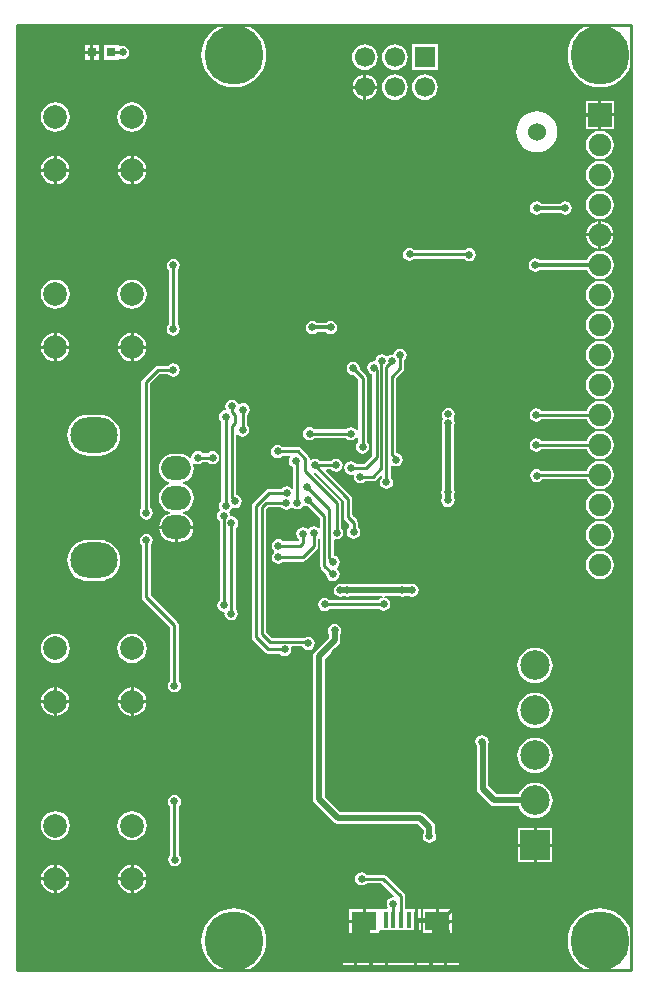
<source format=gtl>
G04*
G04 #@! TF.GenerationSoftware,Altium Limited,Altium Designer,19.0.14 (431)*
G04*
G04 Layer_Physical_Order=1*
G04 Layer_Color=152*
%FSLAX25Y25*%
%MOIN*%
G70*
G01*
G75*
%ADD10C,0.01000*%
%ADD11C,0.00700*%
%ADD13R,0.07087X0.07480*%
%ADD14R,0.07480X0.07480*%
%ADD15R,0.08268X0.06299*%
%ADD16R,0.01575X0.05315*%
%ADD28R,0.03150X0.03150*%
%ADD29C,0.06000*%
%ADD30C,0.01200*%
%ADD31C,0.02000*%
%ADD32C,0.01500*%
%ADD33R,0.53130X0.10100*%
%ADD34C,0.09843*%
%ADD35R,0.09843X0.09843*%
%ADD36C,0.06693*%
%ADD37R,0.06693X0.06693*%
%ADD38C,0.06000*%
%ADD39O,0.15748X0.11811*%
%ADD40O,0.09843X0.07874*%
%ADD41C,0.07874*%
%ADD42C,0.19685*%
%ADD43C,0.07500*%
%ADD44R,0.08000X0.08000*%
%ADD45C,0.02559*%
G36*
X189304Y314461D02*
X187990Y313655D01*
X186704Y312557D01*
X185606Y311272D01*
X184722Y309830D01*
X184075Y308268D01*
X183680Y306624D01*
X183548Y304938D01*
X183680Y303252D01*
X184075Y301608D01*
X184722Y300046D01*
X185606Y298604D01*
X186704Y297318D01*
X187990Y296220D01*
X189432Y295337D01*
X190994Y294689D01*
X192638Y294295D01*
X194324Y294162D01*
X196009Y294295D01*
X197653Y294689D01*
X199216Y295337D01*
X200657Y296220D01*
X201943Y297318D01*
X203041Y298604D01*
X203925Y300046D01*
X204224Y300769D01*
X204724Y300669D01*
Y13931D01*
X204224Y13831D01*
X203925Y14554D01*
X203041Y15996D01*
X201943Y17282D01*
X200657Y18380D01*
X199216Y19263D01*
X197653Y19910D01*
X196009Y20305D01*
X194324Y20438D01*
X192638Y20305D01*
X190994Y19910D01*
X189432Y19263D01*
X187990Y18380D01*
X186704Y17282D01*
X185606Y15996D01*
X184722Y14554D01*
X184075Y12992D01*
X183680Y11348D01*
X183548Y9662D01*
X183680Y7976D01*
X184075Y6332D01*
X184722Y4770D01*
X185606Y3328D01*
X186704Y2043D01*
X187990Y944D01*
X188715Y500D01*
X188574Y0D01*
X78026D01*
X77885Y500D01*
X78610Y944D01*
X79896Y2043D01*
X80994Y3328D01*
X81878Y4770D01*
X82525Y6332D01*
X82919Y7976D01*
X83052Y9662D01*
X82919Y11348D01*
X82525Y12992D01*
X81878Y14554D01*
X80994Y15996D01*
X79896Y17282D01*
X78610Y18380D01*
X77169Y19263D01*
X75606Y19910D01*
X73962Y20305D01*
X72276Y20438D01*
X70591Y20305D01*
X68946Y19910D01*
X67384Y19263D01*
X65943Y18380D01*
X64657Y17282D01*
X63559Y15996D01*
X62675Y14554D01*
X62028Y12992D01*
X61633Y11348D01*
X61501Y9662D01*
X61633Y7976D01*
X62028Y6332D01*
X62675Y4770D01*
X63559Y3328D01*
X64657Y2043D01*
X65943Y944D01*
X66668Y500D01*
X66527Y0D01*
X0D01*
X0Y0D01*
Y314961D01*
X67115D01*
X67256Y314461D01*
X65943Y313655D01*
X64657Y312557D01*
X63559Y311272D01*
X62675Y309830D01*
X62028Y308268D01*
X61633Y306624D01*
X61501Y304938D01*
X61633Y303252D01*
X62028Y301608D01*
X62675Y300046D01*
X63559Y298604D01*
X64657Y297318D01*
X65943Y296220D01*
X67384Y295337D01*
X68946Y294689D01*
X70591Y294295D01*
X72276Y294162D01*
X73962Y294295D01*
X75606Y294689D01*
X77169Y295337D01*
X78610Y296220D01*
X79896Y297318D01*
X80994Y298604D01*
X81878Y300046D01*
X82525Y301608D01*
X82919Y303252D01*
X83052Y304938D01*
X82919Y306624D01*
X82525Y308268D01*
X81878Y309830D01*
X80994Y311272D01*
X79896Y312557D01*
X78610Y313655D01*
X77296Y314461D01*
X77437Y314961D01*
X189163D01*
X189304Y314461D01*
D02*
G37*
%LPC*%
G36*
X27327Y308175D02*
X25452D01*
Y306300D01*
X27327D01*
Y308175D01*
D02*
G37*
G36*
X24452D02*
X22577D01*
Y306300D01*
X24452D01*
Y308175D01*
D02*
G37*
G36*
X33923Y308275D02*
X28973D01*
Y303325D01*
X33923D01*
Y303519D01*
X33971Y303545D01*
X34423Y303732D01*
X35200Y303578D01*
X36050Y303747D01*
X36771Y304229D01*
X37253Y304950D01*
X37422Y305800D01*
X37253Y306650D01*
X36771Y307371D01*
X36050Y307853D01*
X35200Y308022D01*
X34423Y307868D01*
X33971Y308055D01*
X33923Y308081D01*
Y308275D01*
D02*
G37*
G36*
X27327Y305300D02*
X25452D01*
Y303425D01*
X27327D01*
Y305300D01*
D02*
G37*
G36*
X24452D02*
X22577D01*
Y303425D01*
X24452D01*
Y305300D01*
D02*
G37*
G36*
X140231Y308459D02*
X131738D01*
Y299966D01*
X140231D01*
Y308459D01*
D02*
G37*
G36*
X125984Y308496D02*
X124876Y308350D01*
X123843Y307922D01*
X122956Y307241D01*
X122275Y306354D01*
X121847Y305321D01*
X121701Y304213D01*
X121847Y303104D01*
X122275Y302071D01*
X122956Y301184D01*
X123843Y300503D01*
X124876Y300076D01*
X125984Y299929D01*
X127093Y300076D01*
X128126Y300503D01*
X129013Y301184D01*
X129693Y302071D01*
X130121Y303104D01*
X130267Y304213D01*
X130121Y305321D01*
X129693Y306354D01*
X129013Y307241D01*
X128126Y307922D01*
X127093Y308350D01*
X125984Y308496D01*
D02*
G37*
G36*
X115984D02*
X114876Y308350D01*
X113843Y307922D01*
X112956Y307241D01*
X112275Y306354D01*
X111847Y305321D01*
X111701Y304213D01*
X111847Y303104D01*
X112275Y302071D01*
X112956Y301184D01*
X113843Y300503D01*
X114876Y300076D01*
X115984Y299929D01*
X117093Y300076D01*
X118126Y300503D01*
X119013Y301184D01*
X119694Y302071D01*
X120121Y303104D01*
X120267Y304213D01*
X120121Y305321D01*
X119694Y306354D01*
X119013Y307241D01*
X118126Y307922D01*
X117093Y308350D01*
X115984Y308496D01*
D02*
G37*
G36*
X116484Y298329D02*
Y294713D01*
X120101D01*
X120024Y295295D01*
X119606Y296304D01*
X118941Y297170D01*
X118075Y297834D01*
X117067Y298252D01*
X116484Y298329D01*
D02*
G37*
G36*
X115484Y298329D02*
X114902Y298252D01*
X113893Y297834D01*
X113027Y297170D01*
X112362Y296304D01*
X111944Y295295D01*
X111868Y294713D01*
X115484D01*
Y298329D01*
D02*
G37*
G36*
X120101Y293713D02*
X116484D01*
Y290096D01*
X117067Y290173D01*
X118075Y290591D01*
X118941Y291255D01*
X119606Y292122D01*
X120024Y293130D01*
X120101Y293713D01*
D02*
G37*
G36*
X115484D02*
X111868D01*
X111944Y293130D01*
X112362Y292122D01*
X113027Y291255D01*
X113893Y290591D01*
X114902Y290173D01*
X115484Y290096D01*
Y293713D01*
D02*
G37*
G36*
X135984Y298496D02*
X134876Y298350D01*
X133843Y297922D01*
X132956Y297241D01*
X132275Y296354D01*
X131847Y295321D01*
X131701Y294213D01*
X131847Y293104D01*
X132275Y292071D01*
X132956Y291184D01*
X133843Y290503D01*
X134876Y290075D01*
X135984Y289930D01*
X137093Y290075D01*
X138126Y290503D01*
X139013Y291184D01*
X139693Y292071D01*
X140121Y293104D01*
X140267Y294213D01*
X140121Y295321D01*
X139693Y296354D01*
X139013Y297241D01*
X138126Y297922D01*
X137093Y298350D01*
X135984Y298496D01*
D02*
G37*
G36*
X125984D02*
X124876Y298350D01*
X123843Y297922D01*
X122956Y297241D01*
X122275Y296354D01*
X121847Y295321D01*
X121701Y294213D01*
X121847Y293104D01*
X122275Y292071D01*
X122956Y291184D01*
X123843Y290503D01*
X124876Y290075D01*
X125984Y289930D01*
X127093Y290075D01*
X128126Y290503D01*
X129013Y291184D01*
X129693Y292071D01*
X130121Y293104D01*
X130267Y294213D01*
X130121Y295321D01*
X129693Y296354D01*
X129013Y297241D01*
X128126Y297922D01*
X127093Y298350D01*
X125984Y298496D01*
D02*
G37*
G36*
X199124Y289738D02*
X194824D01*
Y285438D01*
X199124D01*
Y289738D01*
D02*
G37*
G36*
X193824D02*
X189524D01*
Y285438D01*
X193824D01*
Y289738D01*
D02*
G37*
G36*
X199124Y284438D02*
X194824D01*
Y280138D01*
X199124D01*
Y284438D01*
D02*
G37*
G36*
X193824D02*
X189524D01*
Y280138D01*
X193824D01*
Y284438D01*
D02*
G37*
G36*
X38386Y289147D02*
X37123Y288981D01*
X35946Y288494D01*
X34936Y287718D01*
X34161Y286708D01*
X33673Y285531D01*
X33507Y284268D01*
X33673Y283006D01*
X34161Y281829D01*
X34936Y280819D01*
X35946Y280043D01*
X37123Y279556D01*
X38386Y279390D01*
X39649Y279556D01*
X40825Y280043D01*
X41836Y280819D01*
X42611Y281829D01*
X43098Y283006D01*
X43265Y284268D01*
X43098Y285531D01*
X42611Y286708D01*
X41836Y287718D01*
X40825Y288494D01*
X39649Y288981D01*
X38386Y289147D01*
D02*
G37*
G36*
X12795D02*
X11533Y288981D01*
X10356Y288494D01*
X9346Y287718D01*
X8570Y286708D01*
X8083Y285531D01*
X7916Y284268D01*
X8083Y283006D01*
X8570Y281829D01*
X9346Y280819D01*
X10356Y280043D01*
X11533Y279556D01*
X12795Y279390D01*
X14058Y279556D01*
X15235Y280043D01*
X16245Y280819D01*
X17020Y281829D01*
X17508Y283006D01*
X17674Y284268D01*
X17508Y285531D01*
X17020Y286708D01*
X16245Y287718D01*
X15235Y288494D01*
X14058Y288981D01*
X12795Y289147D01*
D02*
G37*
G36*
X173266Y286186D02*
X171932Y286054D01*
X170649Y285665D01*
X169467Y285033D01*
X168431Y284183D01*
X167580Y283147D01*
X166948Y281964D01*
X166559Y280681D01*
X166428Y279347D01*
X166559Y278013D01*
X166948Y276730D01*
X167580Y275548D01*
X168431Y274512D01*
X169467Y273661D01*
X170649Y273029D01*
X171932Y272640D01*
X173266Y272509D01*
X174600Y272640D01*
X175883Y273029D01*
X177065Y273661D01*
X178102Y274512D01*
X178952Y275548D01*
X179584Y276730D01*
X179973Y278013D01*
X180105Y279347D01*
X179973Y280681D01*
X179584Y281964D01*
X178952Y283147D01*
X178102Y284183D01*
X177065Y285033D01*
X175883Y285665D01*
X174600Y286054D01*
X173266Y286186D01*
D02*
G37*
G36*
X194324Y279628D02*
X193110Y279468D01*
X191979Y278999D01*
X191007Y278254D01*
X190262Y277283D01*
X189793Y276152D01*
X189634Y274938D01*
X189793Y273724D01*
X190262Y272593D01*
X191007Y271621D01*
X191979Y270876D01*
X193110Y270408D01*
X194324Y270248D01*
X195537Y270408D01*
X196669Y270876D01*
X197640Y271621D01*
X198385Y272593D01*
X198854Y273724D01*
X199014Y274938D01*
X198854Y276152D01*
X198385Y277283D01*
X197640Y278254D01*
X196669Y278999D01*
X195537Y279468D01*
X194324Y279628D01*
D02*
G37*
G36*
X13295Y271264D02*
Y267052D01*
X17507D01*
X17410Y267789D01*
X16933Y268941D01*
X16174Y269931D01*
X15184Y270690D01*
X14032Y271167D01*
X13295Y271264D01*
D02*
G37*
G36*
X12295D02*
X11559Y271167D01*
X10406Y270690D01*
X9417Y269931D01*
X8658Y268941D01*
X8180Y267789D01*
X8083Y267052D01*
X12295D01*
Y271264D01*
D02*
G37*
G36*
X38886D02*
Y267052D01*
X43098D01*
X43001Y267789D01*
X42524Y268941D01*
X41764Y269931D01*
X40775Y270690D01*
X39622Y271167D01*
X38886Y271264D01*
D02*
G37*
G36*
X37886Y271264D02*
X37149Y271167D01*
X35997Y270690D01*
X35007Y269931D01*
X34248Y268941D01*
X33771Y267789D01*
X33674Y267052D01*
X37886D01*
Y271264D01*
D02*
G37*
G36*
X43098Y266052D02*
X38886D01*
Y261840D01*
X39622Y261937D01*
X40775Y262414D01*
X41764Y263174D01*
X42524Y264163D01*
X43001Y265315D01*
X43098Y266052D01*
D02*
G37*
G36*
X17507Y266052D02*
X13295D01*
Y261840D01*
X14032Y261937D01*
X15184Y262414D01*
X16174Y263174D01*
X16933Y264163D01*
X17410Y265315D01*
X17507Y266052D01*
D02*
G37*
G36*
X12295D02*
X8083D01*
X8180Y265315D01*
X8658Y264163D01*
X9417Y263174D01*
X10406Y262414D01*
X11559Y261937D01*
X12295Y261840D01*
Y266052D01*
D02*
G37*
G36*
X37886Y266052D02*
X33674D01*
X33771Y265315D01*
X34248Y264163D01*
X35007Y263174D01*
X35997Y262414D01*
X37149Y261937D01*
X37886Y261840D01*
Y266052D01*
D02*
G37*
G36*
X194324Y269628D02*
X193110Y269468D01*
X191979Y269000D01*
X191007Y268254D01*
X190262Y267283D01*
X189793Y266152D01*
X189634Y264938D01*
X189793Y263724D01*
X190262Y262593D01*
X191007Y261621D01*
X191979Y260876D01*
X193110Y260407D01*
X194324Y260248D01*
X195537Y260407D01*
X196669Y260876D01*
X197640Y261621D01*
X198385Y262593D01*
X198854Y263724D01*
X199014Y264938D01*
X198854Y266152D01*
X198385Y267283D01*
X197640Y268254D01*
X196669Y269000D01*
X195537Y269468D01*
X194324Y269628D01*
D02*
G37*
G36*
X182800Y256122D02*
X181950Y255953D01*
X181229Y255471D01*
X181201Y255429D01*
X174799D01*
X174771Y255471D01*
X174050Y255953D01*
X173200Y256122D01*
X172350Y255953D01*
X171629Y255471D01*
X171147Y254750D01*
X170978Y253900D01*
X171147Y253050D01*
X171629Y252329D01*
X172350Y251847D01*
X173200Y251678D01*
X174050Y251847D01*
X174771Y252329D01*
X174799Y252371D01*
X181201D01*
X181229Y252329D01*
X181950Y251847D01*
X182800Y251678D01*
X183650Y251847D01*
X184371Y252329D01*
X184853Y253050D01*
X185022Y253900D01*
X184853Y254750D01*
X184371Y255471D01*
X183650Y255953D01*
X182800Y256122D01*
D02*
G37*
G36*
X194324Y259628D02*
X193110Y259468D01*
X191979Y258999D01*
X191007Y258254D01*
X190262Y257283D01*
X189793Y256152D01*
X189634Y254938D01*
X189793Y253724D01*
X190262Y252593D01*
X191007Y251621D01*
X191979Y250876D01*
X193110Y250408D01*
X194324Y250248D01*
X195537Y250408D01*
X196669Y250876D01*
X197640Y251621D01*
X198385Y252593D01*
X198854Y253724D01*
X199014Y254938D01*
X198854Y256152D01*
X198385Y257283D01*
X197640Y258254D01*
X196669Y258999D01*
X195537Y259468D01*
X194324Y259628D01*
D02*
G37*
G36*
X194824Y249461D02*
Y245438D01*
X198847D01*
X198757Y246126D01*
X198298Y247232D01*
X197569Y248183D01*
X196618Y248912D01*
X195511Y249371D01*
X194824Y249461D01*
D02*
G37*
G36*
X193824Y249461D02*
X193136Y249371D01*
X192029Y248912D01*
X191078Y248183D01*
X190349Y247232D01*
X189891Y246126D01*
X189800Y245438D01*
X193824D01*
Y249461D01*
D02*
G37*
G36*
X198847Y244438D02*
X194824D01*
Y240414D01*
X195511Y240505D01*
X196618Y240963D01*
X197569Y241693D01*
X198298Y242643D01*
X198757Y243750D01*
X198847Y244438D01*
D02*
G37*
G36*
X193824D02*
X189800D01*
X189891Y243750D01*
X190349Y242643D01*
X191078Y241693D01*
X192029Y240963D01*
X193136Y240505D01*
X193824Y240414D01*
Y244438D01*
D02*
G37*
G36*
X194324Y239628D02*
X193110Y239468D01*
X191979Y239000D01*
X191007Y238254D01*
X190262Y237283D01*
X189924Y236467D01*
X174437D01*
X174409Y236509D01*
X173688Y236991D01*
X172838Y237160D01*
X171987Y236991D01*
X171266Y236509D01*
X170785Y235788D01*
X170616Y234938D01*
X170785Y234087D01*
X171266Y233366D01*
X171987Y232885D01*
X172838Y232716D01*
X173688Y232885D01*
X174409Y233366D01*
X174437Y233408D01*
X189924D01*
X190262Y232593D01*
X191007Y231621D01*
X191979Y230876D01*
X193110Y230408D01*
X194324Y230248D01*
X195537Y230408D01*
X196669Y230876D01*
X197640Y231621D01*
X198385Y232593D01*
X198854Y233724D01*
X199014Y234938D01*
X198854Y236152D01*
X198385Y237283D01*
X197640Y238254D01*
X196669Y239000D01*
X195537Y239468D01*
X194324Y239628D01*
D02*
G37*
G36*
X130856Y240722D02*
X130006Y240553D01*
X129285Y240071D01*
X128803Y239350D01*
X128634Y238500D01*
X128803Y237650D01*
X129285Y236929D01*
X130006Y236447D01*
X130856Y236278D01*
X131706Y236447D01*
X132427Y236929D01*
X132490Y237023D01*
X149099D01*
X149229Y236829D01*
X149950Y236347D01*
X150800Y236178D01*
X151650Y236347D01*
X152371Y236829D01*
X152853Y237550D01*
X153022Y238400D01*
X152853Y239250D01*
X152371Y239971D01*
X151650Y240453D01*
X150800Y240622D01*
X149950Y240453D01*
X149229Y239971D01*
X149166Y239877D01*
X132557D01*
X132427Y240071D01*
X131706Y240553D01*
X130856Y240722D01*
D02*
G37*
G36*
X38386Y230092D02*
X37123Y229926D01*
X35946Y229438D01*
X34936Y228663D01*
X34161Y227653D01*
X33673Y226476D01*
X33507Y225213D01*
X33673Y223951D01*
X34161Y222774D01*
X34936Y221764D01*
X35946Y220988D01*
X37123Y220501D01*
X38386Y220335D01*
X39649Y220501D01*
X40825Y220988D01*
X41836Y221764D01*
X42611Y222774D01*
X43098Y223951D01*
X43265Y225213D01*
X43098Y226476D01*
X42611Y227653D01*
X41836Y228663D01*
X40825Y229438D01*
X39649Y229926D01*
X38386Y230092D01*
D02*
G37*
G36*
X12795D02*
X11533Y229926D01*
X10356Y229438D01*
X9346Y228663D01*
X8570Y227653D01*
X8083Y226476D01*
X7916Y225213D01*
X8083Y223951D01*
X8570Y222774D01*
X9346Y221764D01*
X10356Y220988D01*
X11533Y220501D01*
X12795Y220335D01*
X14058Y220501D01*
X15235Y220988D01*
X16245Y221764D01*
X17020Y222774D01*
X17508Y223951D01*
X17674Y225213D01*
X17508Y226476D01*
X17020Y227653D01*
X16245Y228663D01*
X15235Y229438D01*
X14058Y229926D01*
X12795Y230092D01*
D02*
G37*
G36*
X194324Y229628D02*
X193110Y229468D01*
X191979Y228999D01*
X191007Y228254D01*
X190262Y227283D01*
X189793Y226152D01*
X189634Y224938D01*
X189793Y223724D01*
X190262Y222593D01*
X191007Y221621D01*
X191979Y220876D01*
X193110Y220408D01*
X194324Y220248D01*
X195537Y220408D01*
X196669Y220876D01*
X197640Y221621D01*
X198385Y222593D01*
X198854Y223724D01*
X199014Y224938D01*
X198854Y226152D01*
X198385Y227283D01*
X197640Y228254D01*
X196669Y228999D01*
X195537Y229468D01*
X194324Y229628D01*
D02*
G37*
G36*
X104600Y216322D02*
X103750Y216153D01*
X103029Y215671D01*
X103001Y215629D01*
X100027D01*
X99999Y215671D01*
X99278Y216153D01*
X98427Y216322D01*
X97577Y216153D01*
X96856Y215671D01*
X96374Y214950D01*
X96205Y214100D01*
X96374Y213250D01*
X96856Y212529D01*
X97577Y212047D01*
X98427Y211878D01*
X99278Y212047D01*
X99999Y212529D01*
X100027Y212571D01*
X103001D01*
X103029Y212529D01*
X103750Y212047D01*
X104600Y211878D01*
X105450Y212047D01*
X106171Y212529D01*
X106653Y213250D01*
X106822Y214100D01*
X106653Y214950D01*
X106171Y215671D01*
X105450Y216153D01*
X104600Y216322D01*
D02*
G37*
G36*
X52100Y237022D02*
X51250Y236853D01*
X50529Y236371D01*
X50047Y235650D01*
X49878Y234800D01*
X50047Y233950D01*
X50529Y233229D01*
X50673Y233133D01*
Y215267D01*
X50529Y215171D01*
X50047Y214450D01*
X49878Y213600D01*
X50047Y212750D01*
X50529Y212029D01*
X51250Y211547D01*
X52100Y211378D01*
X52950Y211547D01*
X53671Y212029D01*
X54153Y212750D01*
X54322Y213600D01*
X54153Y214450D01*
X53671Y215171D01*
X53527Y215267D01*
Y233133D01*
X53671Y233229D01*
X54153Y233950D01*
X54322Y234800D01*
X54153Y235650D01*
X53671Y236371D01*
X52950Y236853D01*
X52100Y237022D01*
D02*
G37*
G36*
X194324Y219628D02*
X193110Y219468D01*
X191979Y219000D01*
X191007Y218254D01*
X190262Y217283D01*
X189793Y216152D01*
X189634Y214938D01*
X189793Y213724D01*
X190262Y212593D01*
X191007Y211621D01*
X191979Y210876D01*
X193110Y210407D01*
X194324Y210248D01*
X195537Y210407D01*
X196669Y210876D01*
X197640Y211621D01*
X198385Y212593D01*
X198854Y213724D01*
X199014Y214938D01*
X198854Y216152D01*
X198385Y217283D01*
X197640Y218254D01*
X196669Y219000D01*
X195537Y219468D01*
X194324Y219628D01*
D02*
G37*
G36*
X13295Y212209D02*
Y207997D01*
X17507D01*
X17410Y208734D01*
X16933Y209886D01*
X16174Y210875D01*
X15184Y211635D01*
X14032Y212112D01*
X13295Y212209D01*
D02*
G37*
G36*
X12295D02*
X11559Y212112D01*
X10406Y211635D01*
X9417Y210875D01*
X8658Y209886D01*
X8180Y208734D01*
X8083Y207997D01*
X12295D01*
Y212209D01*
D02*
G37*
G36*
X38886D02*
Y207997D01*
X43098D01*
X43001Y208734D01*
X42524Y209886D01*
X41764Y210875D01*
X40775Y211635D01*
X39622Y212112D01*
X38886Y212209D01*
D02*
G37*
G36*
X37886Y212209D02*
X37149Y212112D01*
X35997Y211635D01*
X35007Y210875D01*
X34248Y209886D01*
X33771Y208734D01*
X33674Y207997D01*
X37886D01*
Y212209D01*
D02*
G37*
G36*
X127700Y207022D02*
X126850Y206853D01*
X126129Y206371D01*
X125647Y205650D01*
X125498Y204903D01*
X124900Y205022D01*
X124050Y204853D01*
X123668Y204598D01*
X123151Y204471D01*
X122430Y204953D01*
X121580Y205122D01*
X120729Y204953D01*
X120008Y204471D01*
X119527Y203750D01*
X119439Y203310D01*
X119020Y202902D01*
X118170Y202733D01*
X117449Y202251D01*
X116967Y201530D01*
X116798Y200679D01*
X116967Y199829D01*
X117449Y199108D01*
X118170Y198626D01*
X118473Y198566D01*
Y171391D01*
X115809Y168727D01*
X112968D01*
X112871Y168871D01*
X112150Y169353D01*
X111300Y169522D01*
X110450Y169353D01*
X109729Y168871D01*
X109247Y168150D01*
X109078Y167300D01*
X109247Y166450D01*
X109729Y165729D01*
X110450Y165247D01*
X111300Y165078D01*
X111928Y165203D01*
X112345Y164850D01*
X112361Y164818D01*
X112278Y164400D01*
X112447Y163550D01*
X112929Y162829D01*
X113650Y162347D01*
X114500Y162178D01*
X115350Y162347D01*
X116071Y162829D01*
X116167Y162973D01*
X118800D01*
X118800Y162973D01*
X119346Y163081D01*
X119809Y163391D01*
X121256Y164837D01*
X121694Y164655D01*
X121710Y164183D01*
X121574Y164093D01*
X121092Y163372D01*
X120923Y162521D01*
X121092Y161671D01*
X121574Y160950D01*
X122294Y160468D01*
X123145Y160299D01*
X123995Y160468D01*
X124716Y160950D01*
X125198Y161671D01*
X125367Y162521D01*
X125198Y163372D01*
X124716Y164093D01*
X124572Y164189D01*
Y168005D01*
X125072Y168273D01*
X125560Y167947D01*
X126410Y167778D01*
X127261Y167947D01*
X127982Y168429D01*
X128463Y169150D01*
X128632Y170000D01*
X128463Y170850D01*
X127982Y171571D01*
X127261Y172053D01*
X126651Y172174D01*
X126337Y172488D01*
Y197119D01*
X128709Y199491D01*
X128709Y199491D01*
X129019Y199954D01*
X129127Y200500D01*
Y203133D01*
X129271Y203229D01*
X129753Y203950D01*
X129922Y204800D01*
X129753Y205650D01*
X129271Y206371D01*
X128550Y206853D01*
X127700Y207022D01*
D02*
G37*
G36*
X43098Y206997D02*
X38886D01*
Y202785D01*
X39622Y202882D01*
X40775Y203359D01*
X41764Y204118D01*
X42524Y205108D01*
X43001Y206260D01*
X43098Y206997D01*
D02*
G37*
G36*
X17507Y206997D02*
X13295D01*
Y202785D01*
X14032Y202882D01*
X15184Y203359D01*
X16174Y204118D01*
X16933Y205108D01*
X17410Y206260D01*
X17507Y206997D01*
D02*
G37*
G36*
X12295D02*
X8083D01*
X8180Y206260D01*
X8658Y205108D01*
X9417Y204118D01*
X10406Y203359D01*
X11559Y202882D01*
X12295Y202785D01*
Y206997D01*
D02*
G37*
G36*
X37886Y206997D02*
X33674D01*
X33771Y206260D01*
X34248Y205108D01*
X35007Y204118D01*
X35997Y203359D01*
X37149Y202882D01*
X37886Y202785D01*
Y206997D01*
D02*
G37*
G36*
X52100Y202138D02*
X51250Y201969D01*
X50529Y201487D01*
X50432Y201343D01*
X46916D01*
X46916Y201343D01*
X46369Y201235D01*
X45906Y200925D01*
X45906Y200925D01*
X41891Y196909D01*
X41581Y196446D01*
X41473Y195900D01*
X41473Y195900D01*
Y153787D01*
X41047Y153150D01*
X40878Y152300D01*
X41047Y151450D01*
X41529Y150729D01*
X42250Y150247D01*
X43100Y150078D01*
X43950Y150247D01*
X44671Y150729D01*
X45153Y151450D01*
X45322Y152300D01*
X45153Y153150D01*
X44671Y153871D01*
X44327Y154101D01*
Y195309D01*
X47507Y198488D01*
X50432D01*
X50529Y198344D01*
X51250Y197863D01*
X52100Y197694D01*
X52950Y197863D01*
X53671Y198344D01*
X54153Y199065D01*
X54322Y199916D01*
X54153Y200766D01*
X53671Y201487D01*
X52950Y201969D01*
X52100Y202138D01*
D02*
G37*
G36*
X194324Y209628D02*
X193110Y209468D01*
X191979Y208999D01*
X191007Y208254D01*
X190262Y207283D01*
X189793Y206152D01*
X189634Y204938D01*
X189793Y203724D01*
X190262Y202593D01*
X191007Y201621D01*
X191979Y200876D01*
X193110Y200408D01*
X194324Y200248D01*
X195537Y200408D01*
X196669Y200876D01*
X197640Y201621D01*
X198385Y202593D01*
X198854Y203724D01*
X199014Y204938D01*
X198854Y206152D01*
X198385Y207283D01*
X197640Y208254D01*
X196669Y208999D01*
X195537Y209468D01*
X194324Y209628D01*
D02*
G37*
G36*
Y199628D02*
X193110Y199468D01*
X191979Y199000D01*
X191007Y198254D01*
X190262Y197283D01*
X189793Y196152D01*
X189634Y194938D01*
X189793Y193724D01*
X190262Y192593D01*
X191007Y191621D01*
X191979Y190876D01*
X193110Y190408D01*
X194324Y190248D01*
X195537Y190408D01*
X196669Y190876D01*
X197640Y191621D01*
X198385Y192593D01*
X198854Y193724D01*
X199014Y194938D01*
X198854Y196152D01*
X198385Y197283D01*
X197640Y198254D01*
X196669Y199000D01*
X195537Y199468D01*
X194324Y199628D01*
D02*
G37*
G36*
Y189628D02*
X193110Y189468D01*
X191979Y188999D01*
X191007Y188254D01*
X190262Y187283D01*
X189882Y186365D01*
X174830D01*
X174734Y186509D01*
X174013Y186991D01*
X173162Y187160D01*
X172312Y186991D01*
X171591Y186509D01*
X171109Y185788D01*
X170940Y184938D01*
X171109Y184087D01*
X171591Y183366D01*
X172312Y182885D01*
X173162Y182716D01*
X174013Y182885D01*
X174734Y183366D01*
X174830Y183510D01*
X189882D01*
X190262Y182593D01*
X191007Y181621D01*
X191979Y180876D01*
X193110Y180408D01*
X194324Y180248D01*
X195537Y180408D01*
X196669Y180876D01*
X197640Y181621D01*
X198385Y182593D01*
X198854Y183724D01*
X199014Y184938D01*
X198854Y186152D01*
X198385Y187283D01*
X197640Y188254D01*
X196669Y188999D01*
X195537Y189468D01*
X194324Y189628D01*
D02*
G37*
G36*
X112078Y202672D02*
X111228Y202503D01*
X110507Y202021D01*
X110025Y201300D01*
X109856Y200450D01*
X110025Y199600D01*
X110507Y198879D01*
X111228Y198397D01*
X112078Y198228D01*
X112248Y198261D01*
X113773Y196737D01*
Y179809D01*
X113273Y179671D01*
X112871Y180271D01*
X112150Y180753D01*
X111300Y180922D01*
X110450Y180753D01*
X109729Y180271D01*
X109647Y180149D01*
X99190D01*
X99093Y180293D01*
X98373Y180775D01*
X97522Y180944D01*
X96672Y180775D01*
X95951Y180293D01*
X95469Y179572D01*
X95300Y178722D01*
X95469Y177872D01*
X95951Y177151D01*
X96672Y176669D01*
X97522Y176500D01*
X98373Y176669D01*
X99093Y177151D01*
X99190Y177295D01*
X109618D01*
X109729Y177129D01*
X110450Y176647D01*
X111300Y176478D01*
X112150Y176647D01*
X112871Y177129D01*
X113273Y177729D01*
X113773Y177591D01*
Y175984D01*
X113629Y175888D01*
X113147Y175167D01*
X112978Y174317D01*
X113147Y173467D01*
X113629Y172746D01*
X114350Y172264D01*
X115200Y172095D01*
X116050Y172264D01*
X116771Y172746D01*
X117253Y173467D01*
X117422Y174317D01*
X117253Y175167D01*
X116771Y175888D01*
X116627Y175984D01*
Y197328D01*
X116627Y197328D01*
X116519Y197874D01*
X116209Y198337D01*
X116209Y198337D01*
X114266Y200280D01*
X114300Y200450D01*
X114131Y201300D01*
X113649Y202021D01*
X112928Y202503D01*
X112078Y202672D01*
D02*
G37*
G36*
X71624Y190022D02*
X70773Y189853D01*
X70052Y189371D01*
X69571Y188650D01*
X69401Y187800D01*
X69546Y187072D01*
X69553Y186928D01*
X69242Y186541D01*
X68718Y186437D01*
X67997Y185955D01*
X67516Y185234D01*
X67347Y184384D01*
X67516Y183533D01*
X67997Y182812D01*
X68141Y182716D01*
Y156290D01*
X67997Y156194D01*
X67516Y155473D01*
X67347Y154622D01*
X67516Y153772D01*
X67845Y153279D01*
X67329Y152935D01*
X66847Y152214D01*
X66678Y151363D01*
X66847Y150513D01*
X67329Y149792D01*
X67573Y149629D01*
Y123168D01*
X67429Y123071D01*
X66947Y122350D01*
X66778Y121500D01*
X66947Y120650D01*
X67429Y119929D01*
X68150Y119447D01*
X69000Y119278D01*
X69240Y119038D01*
X69178Y118725D01*
X69347Y117875D01*
X69829Y117154D01*
X70550Y116672D01*
X71400Y116503D01*
X72250Y116672D01*
X72971Y117154D01*
X73453Y117875D01*
X73622Y118725D01*
X73453Y119576D01*
X72971Y120297D01*
X72907Y120340D01*
Y147219D01*
X73071Y147329D01*
X73553Y148050D01*
X73722Y148900D01*
X73553Y149750D01*
X73071Y150471D01*
X72350Y150953D01*
X71581Y151106D01*
X71122Y151363D01*
X70953Y152214D01*
X70624Y152706D01*
X71140Y153051D01*
X71622Y153772D01*
X72174Y153982D01*
X72700Y153878D01*
X73550Y154047D01*
X74271Y154529D01*
X74753Y155250D01*
X74922Y156100D01*
X74753Y156950D01*
X74271Y157671D01*
X73550Y158153D01*
X73051Y158252D01*
Y178361D01*
X73551Y178512D01*
X73629Y178396D01*
X74350Y177914D01*
X75200Y177745D01*
X76050Y177914D01*
X76771Y178396D01*
X77253Y179117D01*
X77422Y179967D01*
X77253Y180818D01*
X76771Y181539D01*
X76627Y181635D01*
Y184959D01*
X76971Y185189D01*
X77453Y185910D01*
X77622Y186760D01*
X77453Y187611D01*
X76971Y188332D01*
X76250Y188813D01*
X75400Y188982D01*
X74550Y188813D01*
X74200Y188580D01*
X73677Y188650D01*
X73195Y189371D01*
X72474Y189853D01*
X71624Y190022D01*
D02*
G37*
G36*
X194324Y179628D02*
X193110Y179468D01*
X191979Y178999D01*
X191007Y178254D01*
X190262Y177283D01*
X189882Y176365D01*
X174767D01*
X174671Y176509D01*
X173950Y176991D01*
X173100Y177160D01*
X172250Y176991D01*
X171529Y176509D01*
X171047Y175788D01*
X170878Y174938D01*
X171047Y174087D01*
X171529Y173366D01*
X172250Y172885D01*
X173100Y172716D01*
X173950Y172885D01*
X174671Y173366D01*
X174767Y173510D01*
X189882D01*
X190262Y172593D01*
X191007Y171621D01*
X191979Y170876D01*
X193110Y170407D01*
X194324Y170248D01*
X195537Y170407D01*
X196669Y170876D01*
X197640Y171621D01*
X198385Y172593D01*
X198854Y173724D01*
X199014Y174938D01*
X198854Y176152D01*
X198385Y177283D01*
X197640Y178254D01*
X196669Y178999D01*
X195537Y179468D01*
X194324Y179628D01*
D02*
G37*
G36*
X65271Y172942D02*
X64420Y172773D01*
X63700Y172291D01*
X63603Y172148D01*
X61967D01*
X61871Y172291D01*
X61150Y172773D01*
X60300Y172942D01*
X59450Y172773D01*
X58729Y172291D01*
X58247Y171571D01*
X58086Y170759D01*
X57952Y170682D01*
X57597Y170575D01*
X57584Y170592D01*
X56573Y171368D01*
X55397Y171855D01*
X54134Y172021D01*
X52165D01*
X50903Y171855D01*
X49726Y171368D01*
X48716Y170592D01*
X47940Y169582D01*
X47453Y168405D01*
X47287Y167142D01*
X47453Y165880D01*
X47940Y164703D01*
X48716Y163693D01*
X49726Y162917D01*
X50786Y162478D01*
X50795Y162440D01*
Y162002D01*
X50786Y161964D01*
X49726Y161525D01*
X48716Y160750D01*
X47940Y159739D01*
X47453Y158563D01*
X47287Y157300D01*
X47453Y156037D01*
X47940Y154861D01*
X48716Y153850D01*
X49726Y153075D01*
X50903Y152587D01*
X50956Y152580D01*
Y152076D01*
X50929Y152073D01*
X49776Y151595D01*
X48787Y150836D01*
X48028Y149846D01*
X47550Y148694D01*
X47453Y147958D01*
X53150D01*
X58846D01*
X58749Y148694D01*
X58272Y149846D01*
X57512Y150836D01*
X56523Y151595D01*
X55370Y152073D01*
X55343Y152076D01*
Y152580D01*
X55397Y152587D01*
X56573Y153075D01*
X57584Y153850D01*
X58359Y154861D01*
X58846Y156037D01*
X59013Y157300D01*
X58846Y158563D01*
X58359Y159739D01*
X57584Y160750D01*
X56573Y161525D01*
X55514Y161964D01*
X55504Y162002D01*
Y162440D01*
X55514Y162478D01*
X56573Y162917D01*
X57584Y163693D01*
X58359Y164703D01*
X58846Y165880D01*
X59013Y167142D01*
X58846Y168405D01*
X58810Y168493D01*
X59214Y168825D01*
X59450Y168667D01*
X60300Y168498D01*
X61150Y168667D01*
X61871Y169149D01*
X61967Y169293D01*
X63603D01*
X63700Y169149D01*
X64420Y168667D01*
X65271Y168498D01*
X66121Y168667D01*
X66842Y169149D01*
X67324Y169870D01*
X67493Y170720D01*
X67324Y171571D01*
X66842Y172291D01*
X66121Y172773D01*
X65271Y172942D01*
D02*
G37*
G36*
X27559Y185005D02*
X23622D01*
X22288Y184873D01*
X21005Y184484D01*
X19823Y183852D01*
X18787Y183002D01*
X17936Y181965D01*
X17304Y180783D01*
X16915Y179500D01*
X16784Y178166D01*
X16915Y176832D01*
X17304Y175549D01*
X17936Y174367D01*
X18787Y173331D01*
X19823Y172480D01*
X21005Y171848D01*
X22288Y171459D01*
X23622Y171328D01*
X27559D01*
X28893Y171459D01*
X30176Y171848D01*
X31358Y172480D01*
X32395Y173331D01*
X33245Y174367D01*
X33877Y175549D01*
X34266Y176832D01*
X34398Y178166D01*
X34266Y179500D01*
X33877Y180783D01*
X33245Y181965D01*
X32395Y183002D01*
X31358Y183852D01*
X30176Y184484D01*
X28893Y184873D01*
X27559Y185005D01*
D02*
G37*
G36*
X194324Y169628D02*
X193110Y169468D01*
X191979Y169000D01*
X191007Y168254D01*
X190262Y167283D01*
X189882Y166365D01*
X174759D01*
X174150Y166772D01*
X173300Y166941D01*
X172450Y166772D01*
X171729Y166290D01*
X171247Y165569D01*
X171078Y164719D01*
X171247Y163868D01*
X171729Y163147D01*
X172450Y162666D01*
X173300Y162497D01*
X174150Y162666D01*
X174871Y163147D01*
X175114Y163510D01*
X189882D01*
X190262Y162593D01*
X191007Y161621D01*
X191979Y160876D01*
X193110Y160407D01*
X194324Y160248D01*
X195537Y160407D01*
X196669Y160876D01*
X197640Y161621D01*
X198385Y162593D01*
X198854Y163724D01*
X199014Y164938D01*
X198854Y166152D01*
X198385Y167283D01*
X197640Y168254D01*
X196669Y169000D01*
X195537Y169468D01*
X194324Y169628D01*
D02*
G37*
G36*
X86900Y175022D02*
X86050Y174853D01*
X85329Y174371D01*
X84847Y173650D01*
X84678Y172800D01*
X84847Y171950D01*
X85329Y171229D01*
X86050Y170747D01*
X86900Y170578D01*
X87750Y170747D01*
X88471Y171229D01*
X88568Y171373D01*
X90931D01*
X91179Y170873D01*
X90830Y170350D01*
X90661Y169500D01*
X90830Y168650D01*
X91312Y167929D01*
X92033Y167447D01*
X92073Y167439D01*
Y160472D01*
X91573Y160320D01*
X91471Y160471D01*
X90750Y160953D01*
X89900Y161122D01*
X89050Y160953D01*
X88329Y160471D01*
X88232Y160327D01*
X84000D01*
X84000Y160327D01*
X83454Y160219D01*
X82991Y159909D01*
X82991Y159909D01*
X78691Y155609D01*
X78381Y155146D01*
X78273Y154600D01*
X78273Y154600D01*
Y110800D01*
X78273Y110800D01*
X78381Y110254D01*
X78691Y109791D01*
X82689Y105792D01*
X83152Y105483D01*
X83698Y105374D01*
X83698Y105374D01*
X87533D01*
X87629Y105230D01*
X88350Y104748D01*
X89200Y104579D01*
X90050Y104748D01*
X90771Y105230D01*
X91253Y105951D01*
X91422Y106802D01*
X91312Y107354D01*
X91674Y107854D01*
X95111D01*
X95529Y107229D01*
X96250Y106747D01*
X97100Y106578D01*
X97950Y106747D01*
X98671Y107229D01*
X99153Y107950D01*
X99322Y108800D01*
X99153Y109650D01*
X98671Y110371D01*
X97950Y110853D01*
X97100Y111022D01*
X96250Y110853D01*
X96033Y110708D01*
X84910D01*
X83127Y112491D01*
Y153609D01*
X83691Y154173D01*
X88133D01*
X88229Y154029D01*
X88950Y153547D01*
X89800Y153378D01*
X90650Y153547D01*
X91371Y154029D01*
X91438Y154129D01*
X91707D01*
X92005Y154077D01*
X92650Y153647D01*
X93500Y153478D01*
X94350Y153647D01*
X95071Y154129D01*
X95391Y154607D01*
X96003Y154745D01*
X96150Y154647D01*
X97000Y154478D01*
X97170Y154511D01*
X101092Y150589D01*
Y147292D01*
X100592Y147140D01*
X100571Y147171D01*
X99850Y147653D01*
X99000Y147822D01*
X98150Y147653D01*
X97429Y147171D01*
X97228Y146871D01*
X96971D01*
X96250Y147353D01*
X95400Y147522D01*
X94550Y147353D01*
X93829Y146871D01*
X93347Y146150D01*
X93178Y145300D01*
X93347Y144450D01*
X93829Y143729D01*
X93973Y143632D01*
Y142891D01*
X93909Y142827D01*
X88767D01*
X88671Y142971D01*
X87950Y143453D01*
X87100Y143622D01*
X86250Y143453D01*
X85529Y142971D01*
X85047Y142250D01*
X84878Y141400D01*
X85047Y140550D01*
X85529Y139829D01*
X85721Y139700D01*
Y139200D01*
X85529Y139071D01*
X85047Y138350D01*
X84878Y137500D01*
X85047Y136650D01*
X85529Y135929D01*
X86250Y135447D01*
X87100Y135278D01*
X87950Y135447D01*
X88671Y135929D01*
X88767Y136073D01*
X95300D01*
X95300Y136073D01*
X95846Y136181D01*
X96309Y136491D01*
X100009Y140191D01*
X100319Y140654D01*
X100427Y141200D01*
X100427Y141200D01*
Y143598D01*
X100592Y143721D01*
X101092Y143470D01*
Y134580D01*
X101092Y134580D01*
X101201Y134034D01*
X101510Y133571D01*
X103112Y131970D01*
X103078Y131800D01*
X103247Y130950D01*
X103729Y130229D01*
X104450Y129747D01*
X105300Y129578D01*
X106150Y129747D01*
X106871Y130229D01*
X107353Y130950D01*
X107522Y131800D01*
X107353Y132650D01*
X106871Y133371D01*
X106685Y133496D01*
Y134098D01*
X106971Y134289D01*
X107453Y135010D01*
X107622Y135861D01*
X107453Y136711D01*
X106971Y137432D01*
X106250Y137914D01*
X105547Y138054D01*
Y143252D01*
X106047Y143613D01*
X106599Y143503D01*
X107450Y143673D01*
X108171Y144154D01*
X108652Y144875D01*
X108821Y145726D01*
X108652Y146576D01*
X108171Y147297D01*
X108027Y147393D01*
Y155701D01*
X108027Y155701D01*
X107918Y156247D01*
X107609Y156710D01*
X107608Y156710D01*
X98939Y165380D01*
X99140Y165886D01*
X99465Y165917D01*
X108993Y156388D01*
Y150873D01*
X108993Y150873D01*
X109102Y150327D01*
X109411Y149864D01*
X110773Y148502D01*
Y147567D01*
X110629Y147471D01*
X110147Y146750D01*
X109978Y145900D01*
X110147Y145050D01*
X110629Y144329D01*
X111350Y143847D01*
X112200Y143678D01*
X113050Y143847D01*
X113771Y144329D01*
X114253Y145050D01*
X114422Y145900D01*
X114253Y146750D01*
X113771Y147471D01*
X113627Y147567D01*
Y149093D01*
X113627Y149093D01*
X113519Y149640D01*
X113209Y150103D01*
X113209Y150103D01*
X111848Y151464D01*
Y156980D01*
X111848Y156980D01*
X111739Y157526D01*
X111430Y157989D01*
X111430Y157989D01*
X103108Y166311D01*
X103299Y166773D01*
X104735D01*
X104850Y166600D01*
X105571Y166118D01*
X106421Y165949D01*
X107272Y166118D01*
X107993Y166600D01*
X108474Y167321D01*
X108643Y168171D01*
X108474Y169022D01*
X107993Y169743D01*
X107272Y170224D01*
X106421Y170394D01*
X105571Y170224D01*
X104850Y169743D01*
X104773Y169627D01*
X100867D01*
X100771Y169771D01*
X100050Y170253D01*
X99200Y170422D01*
X98350Y170253D01*
X98027Y170038D01*
X97527Y170300D01*
X97419Y170846D01*
X97109Y171309D01*
X97109Y171309D01*
X94609Y173809D01*
X94146Y174119D01*
X93600Y174227D01*
X93600Y174227D01*
X88568D01*
X88471Y174371D01*
X87750Y174853D01*
X86900Y175022D01*
D02*
G37*
G36*
X143800Y187322D02*
X142950Y187153D01*
X142229Y186671D01*
X141747Y185950D01*
X141578Y185100D01*
X141747Y184250D01*
X142077Y183756D01*
X141747Y183262D01*
X141578Y182412D01*
X141747Y181561D01*
X141780Y181512D01*
Y160248D01*
X141582Y159950D01*
X141412Y159100D01*
X141582Y158250D01*
X141697Y158076D01*
Y157473D01*
X141582Y157299D01*
X141412Y156449D01*
X141582Y155598D01*
X142063Y154877D01*
X142784Y154396D01*
X143635Y154227D01*
X144485Y154396D01*
X145206Y154877D01*
X145688Y155598D01*
X145857Y156449D01*
X145688Y157299D01*
X145572Y157473D01*
Y158076D01*
X145688Y158250D01*
X145857Y159100D01*
X145688Y159950D01*
X145654Y160000D01*
Y181264D01*
X145853Y181561D01*
X146022Y182412D01*
X145853Y183262D01*
X145523Y183756D01*
X145853Y184250D01*
X146022Y185100D01*
X145853Y185950D01*
X145371Y186671D01*
X144650Y187153D01*
X143800Y187322D01*
D02*
G37*
G36*
X194324Y159628D02*
X193110Y159468D01*
X191979Y159000D01*
X191007Y158254D01*
X190262Y157283D01*
X189793Y156152D01*
X189634Y154938D01*
X189793Y153724D01*
X190262Y152593D01*
X191007Y151621D01*
X191979Y150876D01*
X193110Y150408D01*
X194324Y150248D01*
X195537Y150408D01*
X196669Y150876D01*
X197640Y151621D01*
X198385Y152593D01*
X198854Y153724D01*
X199014Y154938D01*
X198854Y156152D01*
X198385Y157283D01*
X197640Y158254D01*
X196669Y159000D01*
X195537Y159468D01*
X194324Y159628D01*
D02*
G37*
G36*
X58846Y146958D02*
X53650D01*
Y142680D01*
X54134D01*
X55370Y142842D01*
X56523Y143320D01*
X57512Y144079D01*
X58272Y145069D01*
X58749Y146221D01*
X58846Y146958D01*
D02*
G37*
G36*
X52650D02*
X47453D01*
X47550Y146221D01*
X48028Y145069D01*
X48787Y144079D01*
X49776Y143320D01*
X50929Y142842D01*
X52165Y142680D01*
X52650D01*
Y146958D01*
D02*
G37*
G36*
X194324Y149628D02*
X193110Y149468D01*
X191979Y149000D01*
X191007Y148254D01*
X190262Y147283D01*
X189793Y146152D01*
X189634Y144938D01*
X189793Y143724D01*
X190262Y142593D01*
X191007Y141621D01*
X191979Y140876D01*
X193110Y140408D01*
X194324Y140248D01*
X195537Y140408D01*
X196669Y140876D01*
X197640Y141621D01*
X198385Y142593D01*
X198854Y143724D01*
X199014Y144938D01*
X198854Y146152D01*
X198385Y147283D01*
X197640Y148254D01*
X196669Y149000D01*
X195537Y149468D01*
X194324Y149628D01*
D02*
G37*
G36*
Y139628D02*
X193110Y139468D01*
X191979Y138999D01*
X191007Y138254D01*
X190262Y137283D01*
X189793Y136152D01*
X189634Y134938D01*
X189793Y133724D01*
X190262Y132593D01*
X191007Y131621D01*
X191979Y130876D01*
X193110Y130408D01*
X194324Y130248D01*
X195537Y130408D01*
X196669Y130876D01*
X197640Y131621D01*
X198385Y132593D01*
X198854Y133724D01*
X199014Y134938D01*
X198854Y136152D01*
X198385Y137283D01*
X197640Y138254D01*
X196669Y138999D01*
X195537Y139468D01*
X194324Y139628D01*
D02*
G37*
G36*
X27559Y143272D02*
X23622D01*
X22288Y143141D01*
X21005Y142752D01*
X19823Y142120D01*
X18787Y141269D01*
X17936Y140233D01*
X17304Y139051D01*
X16915Y137768D01*
X16784Y136434D01*
X16915Y135100D01*
X17304Y133817D01*
X17936Y132635D01*
X18787Y131598D01*
X19823Y130748D01*
X21005Y130116D01*
X22288Y129727D01*
X23622Y129595D01*
X27559D01*
X28893Y129727D01*
X30176Y130116D01*
X31358Y130748D01*
X32395Y131598D01*
X33245Y132635D01*
X33877Y133817D01*
X34266Y135100D01*
X34398Y136434D01*
X34266Y137768D01*
X33877Y139051D01*
X33245Y140233D01*
X32395Y141269D01*
X31358Y142120D01*
X30176Y142752D01*
X28893Y143141D01*
X27559Y143272D01*
D02*
G37*
G36*
X131700Y128747D02*
X130850Y128578D01*
X130667Y128456D01*
X129514D01*
X129350Y128566D01*
X128500Y128735D01*
X127650Y128566D01*
X127476Y128450D01*
X111105D01*
X110950Y128553D01*
X110100Y128722D01*
X109250Y128553D01*
X109095Y128450D01*
X108805D01*
X108650Y128553D01*
X107800Y128722D01*
X106950Y128553D01*
X106229Y128071D01*
X105747Y127350D01*
X105578Y126500D01*
X105747Y125650D01*
X106229Y124929D01*
X106950Y124447D01*
X107800Y124278D01*
X108650Y124447D01*
X108843Y124575D01*
X109057D01*
X109250Y124447D01*
X110100Y124278D01*
X110950Y124447D01*
X111143Y124575D01*
X121590D01*
X121949Y124234D01*
X121949Y124234D01*
X121949D01*
X121965Y124075D01*
X121953Y124073D01*
X121350Y123953D01*
X120629Y123471D01*
X120466Y123227D01*
X104268D01*
X104171Y123371D01*
X103450Y123853D01*
X102600Y124022D01*
X101750Y123853D01*
X101029Y123371D01*
X100547Y122650D01*
X100378Y121800D01*
X100547Y120950D01*
X101029Y120229D01*
X101750Y119747D01*
X102600Y119578D01*
X103450Y119747D01*
X104171Y120229D01*
X104268Y120373D01*
X120599D01*
X120629Y120329D01*
X121350Y119847D01*
X122200Y119678D01*
X123050Y119847D01*
X123771Y120329D01*
X124253Y121050D01*
X124422Y121900D01*
X124253Y122750D01*
X123771Y123471D01*
X123050Y123953D01*
X122447Y124073D01*
X122436Y124075D01*
X122451Y124234D01*
X122451D01*
X122451Y124234D01*
X122810Y124575D01*
X127476D01*
X127650Y124460D01*
X128500Y124290D01*
X129350Y124460D01*
X129533Y124582D01*
X130686D01*
X130850Y124472D01*
X131700Y124303D01*
X132550Y124472D01*
X133271Y124954D01*
X133753Y125675D01*
X133922Y126525D01*
X133753Y127376D01*
X133271Y128096D01*
X132550Y128578D01*
X131700Y128747D01*
D02*
G37*
G36*
X38386Y111982D02*
X37123Y111816D01*
X35946Y111328D01*
X34936Y110553D01*
X34161Y109543D01*
X33673Y108366D01*
X33507Y107103D01*
X33673Y105840D01*
X34161Y104664D01*
X34936Y103653D01*
X35946Y102878D01*
X37123Y102391D01*
X38386Y102224D01*
X39649Y102391D01*
X40825Y102878D01*
X41836Y103653D01*
X42611Y104664D01*
X43098Y105840D01*
X43265Y107103D01*
X43098Y108366D01*
X42611Y109543D01*
X41836Y110553D01*
X40825Y111328D01*
X39649Y111816D01*
X38386Y111982D01*
D02*
G37*
G36*
X12795D02*
X11533Y111816D01*
X10356Y111328D01*
X9346Y110553D01*
X8570Y109543D01*
X8083Y108366D01*
X7916Y107103D01*
X8083Y105840D01*
X8570Y104664D01*
X9346Y103653D01*
X10356Y102878D01*
X11533Y102391D01*
X12795Y102224D01*
X14058Y102391D01*
X15235Y102878D01*
X16245Y103653D01*
X17020Y104664D01*
X17508Y105840D01*
X17674Y107103D01*
X17508Y108366D01*
X17020Y109543D01*
X16245Y110553D01*
X15235Y111328D01*
X14058Y111816D01*
X12795Y111982D01*
D02*
G37*
G36*
X172700Y107349D02*
X171559Y107237D01*
X170461Y106904D01*
X169450Y106364D01*
X168564Y105636D01*
X167836Y104750D01*
X167296Y103738D01*
X166963Y102641D01*
X166851Y101500D01*
X166963Y100359D01*
X167296Y99261D01*
X167836Y98250D01*
X168564Y97364D01*
X169450Y96636D01*
X170461Y96096D01*
X171559Y95763D01*
X172700Y95651D01*
X173841Y95763D01*
X174938Y96096D01*
X175950Y96636D01*
X176836Y97364D01*
X177564Y98250D01*
X178104Y99261D01*
X178437Y100359D01*
X178549Y101500D01*
X178437Y102641D01*
X178104Y103738D01*
X177564Y104750D01*
X176836Y105636D01*
X175950Y106364D01*
X174938Y106904D01*
X173841Y107237D01*
X172700Y107349D01*
D02*
G37*
G36*
X43100Y145322D02*
X42250Y145153D01*
X41529Y144671D01*
X41047Y143950D01*
X40878Y143100D01*
X41047Y142250D01*
X41529Y141529D01*
X41673Y141432D01*
Y124300D01*
X41673Y124300D01*
X41781Y123754D01*
X42091Y123291D01*
X51073Y114309D01*
Y96368D01*
X50929Y96271D01*
X50447Y95550D01*
X50278Y94700D01*
X50447Y93850D01*
X50929Y93129D01*
X51650Y92647D01*
X52500Y92478D01*
X53350Y92647D01*
X54071Y93129D01*
X54553Y93850D01*
X54722Y94700D01*
X54553Y95550D01*
X54071Y96271D01*
X53927Y96368D01*
Y114900D01*
X53927Y114900D01*
X53819Y115446D01*
X53509Y115909D01*
X53509Y115909D01*
X44527Y124891D01*
Y141432D01*
X44671Y141529D01*
X45153Y142250D01*
X45322Y143100D01*
X45153Y143950D01*
X44671Y144671D01*
X43950Y145153D01*
X43100Y145322D01*
D02*
G37*
G36*
X13295Y94099D02*
Y89887D01*
X17507D01*
X17410Y90623D01*
X16933Y91776D01*
X16174Y92765D01*
X15184Y93524D01*
X14032Y94002D01*
X13295Y94099D01*
D02*
G37*
G36*
X12295D02*
X11559Y94002D01*
X10406Y93524D01*
X9417Y92765D01*
X8658Y91776D01*
X8180Y90623D01*
X8083Y89887D01*
X12295D01*
Y94099D01*
D02*
G37*
G36*
X38886D02*
Y89887D01*
X43098D01*
X43001Y90623D01*
X42524Y91776D01*
X41764Y92765D01*
X40775Y93524D01*
X39622Y94002D01*
X38886Y94099D01*
D02*
G37*
G36*
X37886Y94099D02*
X37149Y94002D01*
X35997Y93524D01*
X35007Y92765D01*
X34248Y91776D01*
X33771Y90623D01*
X33674Y89887D01*
X37886D01*
Y94099D01*
D02*
G37*
G36*
X43098Y88887D02*
X38886D01*
Y84675D01*
X39622Y84772D01*
X40775Y85249D01*
X41764Y86008D01*
X42524Y86998D01*
X43001Y88150D01*
X43098Y88887D01*
D02*
G37*
G36*
X17507Y88887D02*
X13295D01*
Y84675D01*
X14032Y84772D01*
X15184Y85249D01*
X16174Y86008D01*
X16933Y86998D01*
X17410Y88150D01*
X17507Y88887D01*
D02*
G37*
G36*
X12295D02*
X8083D01*
X8180Y88150D01*
X8658Y86998D01*
X9417Y86008D01*
X10406Y85249D01*
X11559Y84772D01*
X12295Y84675D01*
Y88887D01*
D02*
G37*
G36*
X37886Y88887D02*
X33674D01*
X33771Y88150D01*
X34248Y86998D01*
X35007Y86008D01*
X35997Y85249D01*
X37149Y84772D01*
X37886Y84675D01*
Y88887D01*
D02*
G37*
G36*
X172700Y92349D02*
X171559Y92237D01*
X170461Y91904D01*
X169450Y91364D01*
X168564Y90636D01*
X167836Y89750D01*
X167296Y88739D01*
X166963Y87641D01*
X166851Y86500D01*
X166963Y85359D01*
X167296Y84262D01*
X167836Y83250D01*
X168564Y82364D01*
X169450Y81636D01*
X170461Y81096D01*
X171559Y80763D01*
X172700Y80651D01*
X173841Y80763D01*
X174938Y81096D01*
X175950Y81636D01*
X176836Y82364D01*
X177564Y83250D01*
X178104Y84262D01*
X178437Y85359D01*
X178549Y86500D01*
X178437Y87641D01*
X178104Y88739D01*
X177564Y89750D01*
X176836Y90636D01*
X175950Y91364D01*
X174938Y91904D01*
X173841Y92237D01*
X172700Y92349D01*
D02*
G37*
G36*
Y77349D02*
X171559Y77237D01*
X170461Y76904D01*
X169450Y76364D01*
X168564Y75636D01*
X167836Y74750D01*
X167296Y73738D01*
X166963Y72641D01*
X166851Y71500D01*
X166963Y70359D01*
X167296Y69261D01*
X167836Y68250D01*
X168564Y67364D01*
X169450Y66636D01*
X170461Y66096D01*
X171559Y65763D01*
X172700Y65651D01*
X173841Y65763D01*
X174938Y66096D01*
X175950Y66636D01*
X176836Y67364D01*
X177564Y68250D01*
X178104Y69261D01*
X178437Y70359D01*
X178549Y71500D01*
X178437Y72641D01*
X178104Y73738D01*
X177564Y74750D01*
X176836Y75636D01*
X175950Y76364D01*
X174938Y76904D01*
X173841Y77237D01*
X172700Y77349D01*
D02*
G37*
G36*
X155000Y78222D02*
X154150Y78053D01*
X153429Y77571D01*
X152947Y76850D01*
X152778Y76000D01*
X152947Y75150D01*
X153263Y74677D01*
Y60400D01*
X153410Y59659D01*
X153830Y59030D01*
X157730Y55130D01*
X158359Y54710D01*
X159100Y54563D01*
X167204D01*
X167296Y54261D01*
X167836Y53250D01*
X168564Y52364D01*
X169450Y51636D01*
X170461Y51096D01*
X171559Y50763D01*
X172700Y50651D01*
X173841Y50763D01*
X174938Y51096D01*
X175950Y51636D01*
X176836Y52364D01*
X177564Y53250D01*
X178104Y54261D01*
X178437Y55359D01*
X178549Y56500D01*
X178437Y57641D01*
X178104Y58738D01*
X177564Y59750D01*
X176836Y60636D01*
X175950Y61364D01*
X174938Y61904D01*
X173841Y62237D01*
X172700Y62349D01*
X171559Y62237D01*
X170461Y61904D01*
X169450Y61364D01*
X168564Y60636D01*
X167836Y59750D01*
X167296Y58738D01*
X167204Y58437D01*
X159902D01*
X157137Y61202D01*
Y75573D01*
X157222Y76000D01*
X157053Y76850D01*
X156571Y77571D01*
X155850Y78053D01*
X155000Y78222D01*
D02*
G37*
G36*
X38386Y52927D02*
X37123Y52760D01*
X35946Y52273D01*
X34936Y51498D01*
X34161Y50487D01*
X33673Y49311D01*
X33507Y48048D01*
X33673Y46785D01*
X34161Y45609D01*
X34936Y44598D01*
X35946Y43823D01*
X37123Y43336D01*
X38386Y43169D01*
X39649Y43336D01*
X40825Y43823D01*
X41836Y44598D01*
X42611Y45609D01*
X43098Y46785D01*
X43265Y48048D01*
X43098Y49311D01*
X42611Y50487D01*
X41836Y51498D01*
X40825Y52273D01*
X39649Y52760D01*
X38386Y52927D01*
D02*
G37*
G36*
X12795D02*
X11533Y52760D01*
X10356Y52273D01*
X9346Y51498D01*
X8570Y50487D01*
X8083Y49311D01*
X7916Y48048D01*
X8083Y46785D01*
X8570Y45609D01*
X9346Y44598D01*
X10356Y43823D01*
X11533Y43336D01*
X12795Y43169D01*
X14058Y43336D01*
X15235Y43823D01*
X16245Y44598D01*
X17020Y45609D01*
X17508Y46785D01*
X17674Y48048D01*
X17508Y49311D01*
X17020Y50487D01*
X16245Y51498D01*
X15235Y52273D01*
X14058Y52760D01*
X12795Y52927D01*
D02*
G37*
G36*
X105900Y115322D02*
X105050Y115153D01*
X104329Y114671D01*
X103847Y113950D01*
X103678Y113100D01*
X103847Y112250D01*
X103963Y112076D01*
Y110602D01*
X99263Y105903D01*
X98843Y105274D01*
X98696Y104533D01*
Y56867D01*
X98843Y56126D01*
X99263Y55497D01*
X105504Y49257D01*
X106132Y48837D01*
X106874Y48689D01*
X133541D01*
X135563Y46668D01*
Y45524D01*
X135447Y45350D01*
X135278Y44500D01*
X135447Y43650D01*
X135929Y42929D01*
X136650Y42447D01*
X137500Y42278D01*
X138350Y42447D01*
X139071Y42929D01*
X139553Y43650D01*
X139722Y44500D01*
X139553Y45350D01*
X139437Y45524D01*
Y47470D01*
X139290Y48211D01*
X138870Y48840D01*
X135714Y51996D01*
X135085Y52416D01*
X134344Y52564D01*
X107676D01*
X102570Y57669D01*
Y103731D01*
X107270Y108430D01*
X107690Y109059D01*
X107837Y109800D01*
Y112076D01*
X107953Y112250D01*
X108122Y113100D01*
X107953Y113950D01*
X107471Y114671D01*
X106750Y115153D01*
X105900Y115322D01*
D02*
G37*
G36*
X178421Y47221D02*
X173200D01*
Y42000D01*
X178421D01*
Y47221D01*
D02*
G37*
G36*
X172200D02*
X166979D01*
Y42000D01*
X172200D01*
Y47221D01*
D02*
G37*
G36*
X178421Y41000D02*
X173200D01*
Y35779D01*
X178421D01*
Y41000D01*
D02*
G37*
G36*
X172200D02*
X166979D01*
Y35779D01*
X172200D01*
Y41000D01*
D02*
G37*
G36*
X52500Y58322D02*
X51650Y58153D01*
X50929Y57671D01*
X50447Y56950D01*
X50278Y56100D01*
X50447Y55250D01*
X50929Y54529D01*
X51073Y54432D01*
Y38301D01*
X51029Y38271D01*
X50547Y37550D01*
X50378Y36700D01*
X50547Y35850D01*
X51029Y35129D01*
X51750Y34647D01*
X52600Y34478D01*
X53450Y34647D01*
X54171Y35129D01*
X54653Y35850D01*
X54822Y36700D01*
X54653Y37550D01*
X54171Y38271D01*
X53927Y38434D01*
Y54432D01*
X54071Y54529D01*
X54553Y55250D01*
X54722Y56100D01*
X54553Y56950D01*
X54071Y57671D01*
X53350Y58153D01*
X52500Y58322D01*
D02*
G37*
G36*
X13295Y35044D02*
Y30832D01*
X17507D01*
X17410Y31568D01*
X16933Y32720D01*
X16174Y33710D01*
X15184Y34469D01*
X14032Y34947D01*
X13295Y35044D01*
D02*
G37*
G36*
X12295Y35043D02*
X11559Y34947D01*
X10406Y34469D01*
X9417Y33710D01*
X8658Y32720D01*
X8180Y31568D01*
X8083Y30832D01*
X12295D01*
Y35043D01*
D02*
G37*
G36*
X38886D02*
Y30832D01*
X43098D01*
X43001Y31568D01*
X42524Y32720D01*
X41764Y33710D01*
X40775Y34469D01*
X39622Y34947D01*
X38886Y35043D01*
D02*
G37*
G36*
X37886D02*
X37149Y34947D01*
X35997Y34469D01*
X35007Y33710D01*
X34248Y32720D01*
X33771Y31568D01*
X33674Y30832D01*
X37886D01*
Y35043D01*
D02*
G37*
G36*
X12295Y29831D02*
X8083D01*
X8180Y29095D01*
X8658Y27942D01*
X9417Y26953D01*
X10406Y26194D01*
X11559Y25716D01*
X12295Y25619D01*
Y29831D01*
D02*
G37*
G36*
X43098Y29831D02*
X38886D01*
Y25619D01*
X39622Y25716D01*
X40775Y26194D01*
X41764Y26953D01*
X42524Y27942D01*
X43001Y29095D01*
X43098Y29831D01*
D02*
G37*
G36*
X37886D02*
X33674D01*
X33771Y29095D01*
X34248Y27942D01*
X35007Y26953D01*
X35997Y26194D01*
X37149Y25716D01*
X37886Y25619D01*
Y29831D01*
D02*
G37*
G36*
X17507Y29831D02*
X13295D01*
Y25619D01*
X14032Y25716D01*
X15184Y26194D01*
X16174Y26953D01*
X16933Y27942D01*
X17410Y29095D01*
X17507Y29831D01*
D02*
G37*
G36*
X114900Y32554D02*
X114050Y32385D01*
X113329Y31903D01*
X112847Y31182D01*
X112678Y30332D01*
X112847Y29481D01*
X113329Y28760D01*
X114050Y28278D01*
X114900Y28109D01*
X115750Y28278D01*
X116471Y28760D01*
X116568Y28904D01*
X121494D01*
X125853Y24545D01*
X125606Y24084D01*
X125417Y24122D01*
X124566Y23953D01*
X123845Y23471D01*
X123363Y22750D01*
X123194Y21900D01*
X123363Y21050D01*
X123538Y20789D01*
X123270Y20289D01*
X121170D01*
Y20273D01*
X120705Y20189D01*
X120670Y20189D01*
X116271D01*
Y16239D01*
Y12290D01*
X120705D01*
Y13090D01*
X121170Y13174D01*
X121205Y13174D01*
X132222D01*
Y13274D01*
X132594D01*
Y16732D01*
Y20189D01*
X132222D01*
Y20289D01*
X129403D01*
Y24441D01*
X129403Y24441D01*
X129294Y24987D01*
X128985Y25450D01*
X128985Y25450D01*
X123094Y31341D01*
X122631Y31650D01*
X122085Y31759D01*
X122085Y31759D01*
X116568D01*
X116471Y31903D01*
X115750Y32385D01*
X114900Y32554D01*
D02*
G37*
G36*
X134681Y20189D02*
X133594D01*
Y17232D01*
X134681D01*
Y20189D01*
D02*
G37*
G36*
X145114Y20189D02*
X140680D01*
Y16739D01*
X145114D01*
Y20189D01*
D02*
G37*
G36*
X139680D02*
X135247D01*
Y16739D01*
X139680D01*
Y20189D01*
D02*
G37*
G36*
X115271D02*
X110837D01*
Y16739D01*
X115271D01*
Y20189D01*
D02*
G37*
G36*
X134681Y16231D02*
X133594D01*
Y13274D01*
X134681D01*
Y16231D01*
D02*
G37*
G36*
X145114Y15739D02*
X140680D01*
Y12290D01*
X145114D01*
Y15739D01*
D02*
G37*
G36*
X139680D02*
X135247D01*
Y12290D01*
X139680D01*
Y15739D01*
D02*
G37*
G36*
X115271D02*
X110837D01*
Y12290D01*
X115271D01*
Y15739D01*
D02*
G37*
G36*
X147280Y10740D02*
X143436D01*
Y6700D01*
X147280D01*
Y10740D01*
D02*
G37*
G36*
X142436D02*
X138593D01*
Y6700D01*
X142436D01*
Y10740D01*
D02*
G37*
G36*
X133200D02*
Y6700D01*
X137240D01*
Y10740D01*
X133200D01*
D02*
G37*
G36*
X122751D02*
X118711D01*
Y6700D01*
X122751D01*
Y10740D01*
D02*
G37*
G36*
X117358D02*
X113515D01*
Y6700D01*
X117358D01*
Y10740D01*
D02*
G37*
G36*
X112515D02*
X108672D01*
Y6700D01*
X112515D01*
Y10740D01*
D02*
G37*
G36*
X147280Y5700D02*
X143436D01*
Y1660D01*
X147280D01*
Y5700D01*
D02*
G37*
G36*
X142436D02*
X138593D01*
Y1660D01*
X142436D01*
Y5700D01*
D02*
G37*
G36*
X137240D02*
X133200D01*
Y1660D01*
X137240D01*
Y5700D01*
D02*
G37*
G36*
X117358D02*
X113515D01*
Y1660D01*
X117358D01*
Y5700D01*
D02*
G37*
G36*
X112515D02*
X108672D01*
Y1660D01*
X112515D01*
Y5700D01*
D02*
G37*
G36*
X122751D02*
X118711D01*
Y1660D01*
X122751D01*
Y5700D01*
D02*
G37*
G36*
X128160Y10740D02*
X127791D01*
X127660Y10740D01*
X123751D01*
Y6200D01*
Y1660D01*
X127660D01*
X127791Y1660D01*
X128160D01*
X128291Y1660D01*
X132200D01*
Y6200D01*
Y10740D01*
X128291D01*
X128160Y10740D01*
D02*
G37*
%LPD*%
D10*
X115200Y174317D02*
Y197328D01*
X112078Y200450D02*
X115200Y197328D01*
X71624Y185835D02*
X72600Y184859D01*
Y182100D02*
Y184859D01*
X71624Y181124D02*
X72600Y182100D01*
X71624Y157176D02*
Y181124D01*
X75200Y179967D02*
Y186560D01*
X75400Y186760D01*
X71624Y157176D02*
X72700Y156100D01*
X69569Y154622D02*
Y184384D01*
X154341Y127900D02*
Y151441D01*
X141314Y16090D02*
Y16614D01*
X38386Y256586D02*
Y266552D01*
X26800Y245000D02*
X38386Y256586D01*
X26800Y207497D02*
Y245000D01*
Y207497D02*
X38386D01*
X69000Y121500D02*
Y151263D01*
X68900Y151363D02*
X69000Y151263D01*
X71479Y118805D02*
Y148880D01*
X71400Y118725D02*
X71479Y118805D01*
Y148880D02*
X71500Y148900D01*
X96619Y109281D02*
X97100Y108800D01*
X84319Y109281D02*
X96619D01*
X102520Y134580D02*
X105300Y131800D01*
X102520Y134580D02*
Y151180D01*
X104120Y137141D02*
Y153580D01*
Y137141D02*
X105400Y135861D01*
X106599Y145726D02*
Y155701D01*
X96100Y166200D02*
X106599Y155701D01*
X96700Y161000D02*
X104120Y153580D01*
X97000Y156700D02*
X102520Y151180D01*
X130700Y178700D02*
Y181400D01*
X132500Y183200D01*
Y194400D01*
X150750Y238450D02*
X150800Y238400D01*
X130906Y238450D02*
X150750D01*
X130856Y238500D02*
X130906Y238450D01*
X38386Y150200D02*
Y207497D01*
Y150200D02*
X41128Y147458D01*
X38300Y144629D02*
X41128Y147458D01*
X38300Y124700D02*
Y144629D01*
X23900Y110300D02*
X38300Y124700D01*
X81700Y111900D02*
X84319Y109281D01*
X81700Y111900D02*
Y154200D01*
X83100Y155600D01*
X89800D01*
X132500Y194400D02*
Y199300D01*
X136084Y202884D01*
X124910Y171897D02*
X126410Y170396D01*
Y170000D02*
Y170396D01*
X136084Y202884D02*
Y211000D01*
X99200Y168200D02*
X106393D01*
X106421Y168171D01*
X124910Y171897D02*
Y197710D01*
X127700Y200500D02*
Y204800D01*
X124910Y197710D02*
X127700Y200500D01*
X124059Y201959D02*
X124900Y202800D01*
X124059Y201873D02*
Y201959D01*
X123145Y200959D02*
X124059Y201873D01*
X123145Y162521D02*
Y200959D01*
X121500Y167100D02*
Y202820D01*
X119900Y170800D02*
Y199800D01*
X116400Y167300D02*
X119900Y170800D01*
X119020Y200679D02*
X119900Y199800D01*
X111300Y167300D02*
X116400D01*
X118800Y164400D02*
X121500Y167100D01*
X114500Y164400D02*
X118800D01*
X134200Y214000D02*
X135079Y213121D01*
Y212427D02*
Y213121D01*
Y212427D02*
X136084Y211422D01*
Y211000D02*
Y211422D01*
X116500Y214000D02*
X134200D01*
X116500Y209200D02*
Y214000D01*
X114400Y207100D02*
X116500Y209200D01*
X100300Y207100D02*
X114400D01*
X99000Y205800D02*
X100300Y207100D01*
X99000Y200400D02*
Y205800D01*
X121500Y202820D02*
X121580Y202900D01*
X97300Y192500D02*
X100800Y189000D01*
X112100D01*
X112053Y200475D02*
X112078Y200450D01*
X154341Y151441D02*
X160700Y157800D01*
Y240700D01*
X164000Y244000D01*
X187000D01*
X83698Y106802D02*
X89200D01*
X79700Y110800D02*
X83698Y106802D01*
X79700Y110800D02*
Y154600D01*
X122100Y121800D02*
X122200Y121900D01*
X102600Y121800D02*
X122100D01*
X96100Y166200D02*
Y170300D01*
X93600Y172800D02*
X96100Y170300D01*
X86900Y172800D02*
X93600D01*
X154002Y151702D02*
X154200Y151504D01*
X113098Y151702D02*
X154002D01*
X112900Y151900D02*
X113098Y151702D01*
X112200Y145900D02*
Y149093D01*
X110421Y150873D02*
X112200Y149093D01*
X110421Y150873D02*
Y156980D01*
X99200Y168200D02*
X110421Y156980D01*
X187000Y244000D02*
Y258800D01*
X186200Y259600D02*
X187000Y258800D01*
X180000Y259600D02*
X186200D01*
X71624Y185835D02*
Y187800D01*
X93500Y155700D02*
Y168883D01*
X84000Y158900D02*
X89900D01*
X79700Y154600D02*
X84000Y158900D01*
X60300Y170720D02*
X65271D01*
X135000Y38000D02*
X141200D01*
X128500Y44500D02*
X135000Y38000D01*
X122800Y44500D02*
X128500D01*
X141314Y12600D02*
Y16090D01*
X147000Y22300D02*
Y34300D01*
X141314Y16614D02*
X147000Y22300D01*
X142300Y65700D02*
X144700Y63300D01*
X126700Y65700D02*
X142300D01*
X144700Y41500D02*
Y63300D01*
X141200Y38000D02*
X144700Y41500D01*
X172700D01*
X92883Y169500D02*
X93500Y168883D01*
X95400Y142300D02*
Y145300D01*
X94500Y141400D02*
X95400Y142300D01*
X87100Y141400D02*
X94500D01*
X99000Y141200D02*
Y145600D01*
X95300Y137500D02*
X99000Y141200D01*
X46916Y199916D02*
X52100D01*
X42900Y195900D02*
X46916Y199916D01*
X42900Y152704D02*
Y195900D01*
Y152704D02*
X43100Y152504D01*
Y152300D02*
Y152504D01*
X87100Y137500D02*
X95300D01*
X97522Y178722D02*
X111278D01*
X111300Y178700D01*
X125417Y16732D02*
Y21900D01*
X114900Y30332D02*
X122085D01*
X127976Y24441D01*
Y16732D02*
Y24441D01*
X31448Y305800D02*
X35200D01*
X12795Y266552D02*
X22652D01*
X24952Y268852D01*
Y305800D01*
X24752Y306000D02*
X24952Y305800D01*
X52500Y36800D02*
X52600Y36700D01*
X52500Y36800D02*
Y56100D01*
Y94700D02*
Y114900D01*
X43100Y124300D02*
X52500Y114900D01*
X43100Y124300D02*
Y143100D01*
X41128Y147458D02*
X53150D01*
X52100Y213600D02*
Y234800D01*
X23900Y89500D02*
Y110300D01*
Y35400D02*
Y89500D01*
X38272D01*
X38386Y89387D01*
X18832Y30332D02*
X23900Y35400D01*
X12795Y30332D02*
X18832D01*
X173300Y164719D02*
X173519Y164938D01*
X180000Y259600D02*
X185400Y265000D01*
Y283700D01*
X186638Y284938D01*
X194324D01*
X173100Y174938D02*
X194324D01*
X173519Y164938D02*
X194324D01*
X173162Y184938D02*
X194324D01*
X204724Y314961D02*
X204724Y0D01*
X0Y314961D02*
X204724D01*
X0Y0D02*
Y314961D01*
Y0D02*
X204724D01*
D11*
X0D02*
X204724D01*
D13*
X113015Y6200D02*
D03*
X142936D02*
D03*
D14*
X123251D02*
D03*
X132700D02*
D03*
D15*
X115771Y16239D02*
D03*
X140180D02*
D03*
D16*
X122857Y16732D02*
D03*
X125417D02*
D03*
X127976D02*
D03*
X130535D02*
D03*
X133094D02*
D03*
D28*
X31448Y305800D02*
D03*
X24952D02*
D03*
D29*
X132700Y6200D02*
X142936D01*
X123251D02*
X132700D01*
X113015D02*
X123251D01*
X141314Y8019D02*
Y12600D01*
X114637Y12500D02*
Y16090D01*
Y8019D02*
Y12500D01*
X142936Y6200D02*
Y6397D01*
X141314Y8019D02*
X142936Y6397D01*
X141165Y16239D02*
X141314Y16090D01*
X140180Y16239D02*
X141165D01*
X113015Y6200D02*
Y6397D01*
X114637Y8019D01*
Y16090D02*
X114787Y16239D01*
X115771D01*
D30*
X98427Y214100D02*
X104600D01*
X173200Y253900D02*
X182800D01*
X172838Y234938D02*
X194324D01*
D31*
X107813Y126513D02*
X110113D01*
X150030Y110000D02*
X152000D01*
X110224D02*
X150030D01*
X106874Y50626D02*
X134344D01*
X100633Y56867D02*
X106874Y50626D01*
X100633Y56867D02*
Y104533D01*
X143717Y182329D02*
X143800Y182412D01*
X143717Y159183D02*
Y182329D01*
X143635Y159100D02*
X143717Y159183D01*
X143635Y156449D02*
Y159100D01*
X152000Y110000D02*
Y128000D01*
X155000Y76000D02*
X155200Y75800D01*
Y60400D02*
Y75800D01*
Y60400D02*
X159100Y56500D01*
X172700D01*
X137500Y44500D02*
Y47470D01*
X134344Y50626D02*
X137500Y47470D01*
X105900Y109800D02*
Y113100D01*
X100633Y104533D02*
X105900Y109800D01*
X105800Y105576D02*
X110224Y110000D01*
X105800Y78300D02*
Y105576D01*
X150749Y194100D02*
X150900D01*
X150449Y194400D02*
X150749Y194100D01*
X132500Y194400D02*
X150449D01*
X123800Y65600D02*
X123850Y65650D01*
X126650D01*
X126700Y65700D01*
X131694Y126519D02*
X131700Y126525D01*
X128506Y126519D02*
X131694D01*
X128500Y126513D02*
X128506Y126519D01*
X110113Y126513D02*
X128500D01*
X107800Y126500D02*
X107813Y126513D01*
X110100Y126500D02*
X110113Y126513D01*
X105700Y75700D02*
X105750Y75750D01*
Y78250D01*
X105800Y78300D01*
X154291Y127950D02*
X154341Y127900D01*
X152050Y127950D02*
X154291D01*
X152000Y128000D02*
X152050Y127950D01*
D32*
X150030Y110000D02*
X150584Y109445D01*
Y102800D02*
Y109445D01*
X150534Y102750D02*
X150584Y102800D01*
X147909Y102750D02*
X150534D01*
X147859Y102700D02*
X147909Y102750D01*
X147950Y102950D02*
X148000Y103000D01*
X139688Y16732D02*
X140180Y16239D01*
X133094Y16732D02*
X139688D01*
X132700Y6200D02*
X133094Y6594D01*
Y16732D01*
D33*
X127235Y7250D02*
D03*
D34*
X172700Y86500D02*
D03*
Y71500D02*
D03*
Y56500D02*
D03*
Y101500D02*
D03*
D35*
Y41500D02*
D03*
D36*
X125984Y294213D02*
D03*
X135984D02*
D03*
X125984Y304213D02*
D03*
X115984D02*
D03*
Y294213D02*
D03*
D37*
X135984Y304213D02*
D03*
D38*
X173266Y279347D02*
D03*
D39*
X25591Y178166D02*
D03*
Y136434D02*
D03*
D40*
X53150Y167142D02*
D03*
Y157300D02*
D03*
Y147458D02*
D03*
D41*
X38386Y48048D02*
D03*
X12795D02*
D03*
Y30332D02*
D03*
X38386D02*
D03*
Y107103D02*
D03*
X12795D02*
D03*
Y89387D02*
D03*
X38386D02*
D03*
Y225213D02*
D03*
X12795D02*
D03*
Y207497D02*
D03*
X38386D02*
D03*
Y284268D02*
D03*
X12795D02*
D03*
Y266552D02*
D03*
X38386D02*
D03*
D42*
X194324Y304938D02*
D03*
X72276Y9662D02*
D03*
Y304938D02*
D03*
X194324Y9662D02*
D03*
D43*
Y224938D02*
D03*
Y144938D02*
D03*
Y154938D02*
D03*
Y164938D02*
D03*
Y174938D02*
D03*
Y184938D02*
D03*
Y194938D02*
D03*
Y204938D02*
D03*
Y214938D02*
D03*
Y234938D02*
D03*
Y244938D02*
D03*
Y254938D02*
D03*
Y264938D02*
D03*
Y274938D02*
D03*
Y134938D02*
D03*
D44*
Y284938D02*
D03*
D45*
X75200Y179967D02*
D03*
X69569Y184384D02*
D03*
Y154622D02*
D03*
X69000Y121500D02*
D03*
X71400Y118725D02*
D03*
X105300Y131800D02*
D03*
X105400Y135861D02*
D03*
X106599Y145726D02*
D03*
X142400Y123991D02*
D03*
X139553Y123953D02*
D03*
X104600Y214100D02*
D03*
X98427D02*
D03*
X130700Y178700D02*
D03*
X150800Y238400D02*
D03*
X130856Y238500D02*
D03*
X97100Y108800D02*
D03*
X106421Y168171D02*
D03*
X126410Y170000D02*
D03*
X127700Y204800D02*
D03*
X124900Y202800D02*
D03*
X143635Y156449D02*
D03*
Y159100D02*
D03*
X116500Y214000D02*
D03*
X119020Y200679D02*
D03*
X121580Y202900D02*
D03*
X97300Y192500D02*
D03*
X112078Y200450D02*
D03*
X99000Y200400D02*
D03*
X115200Y174317D02*
D03*
X111300Y167300D02*
D03*
X114500Y164400D02*
D03*
X123145Y162521D02*
D03*
X136084Y211000D02*
D03*
X122200Y121900D02*
D03*
X102600Y121800D02*
D03*
X150584Y102800D02*
D03*
X147859Y102700D02*
D03*
X155000Y76000D02*
D03*
X86900Y172800D02*
D03*
X75400Y186760D02*
D03*
X112200Y145900D02*
D03*
X112900Y151900D02*
D03*
X173200Y253900D02*
D03*
X182800D02*
D03*
X118121Y4200D02*
D03*
X118400Y7600D02*
D03*
X137600Y4400D02*
D03*
X137700Y7700D02*
D03*
X127900Y4300D02*
D03*
X128000Y7700D02*
D03*
X71624Y187800D02*
D03*
X72700Y156100D02*
D03*
X68900Y151363D02*
D03*
X71500Y148900D02*
D03*
X93500Y155700D02*
D03*
X97000Y156700D02*
D03*
X89900Y158900D02*
D03*
X65271Y170720D02*
D03*
X60300D02*
D03*
X89200Y106802D02*
D03*
X137500Y44500D02*
D03*
X105900Y113100D02*
D03*
X147000Y34300D02*
D03*
X122800Y44500D02*
D03*
X89800Y155600D02*
D03*
X96700Y161000D02*
D03*
X154291Y148900D02*
D03*
X154200Y151504D02*
D03*
X99000Y145600D02*
D03*
X99200Y168200D02*
D03*
X52100Y199916D02*
D03*
X92883Y169500D02*
D03*
X87100Y141400D02*
D03*
X95400Y145300D02*
D03*
X87100Y137500D02*
D03*
X111300Y178700D02*
D03*
X97522Y178722D02*
D03*
X150900Y194100D02*
D03*
X132500Y194400D02*
D03*
X112100Y189000D02*
D03*
X141314Y12600D02*
D03*
X114637Y12500D02*
D03*
X149251Y10200D02*
D03*
Y7700D02*
D03*
Y5200D02*
D03*
X151751Y10200D02*
D03*
Y7700D02*
D03*
Y5200D02*
D03*
X104200D02*
D03*
Y7700D02*
D03*
Y10200D02*
D03*
X106700Y5200D02*
D03*
Y7700D02*
D03*
Y10200D02*
D03*
X125417Y21900D02*
D03*
X114900Y30332D02*
D03*
X123800Y65600D02*
D03*
X126700Y65700D02*
D03*
X128500Y126513D02*
D03*
X107800Y126500D02*
D03*
X110100D02*
D03*
X105700Y75700D02*
D03*
X105800Y78300D02*
D03*
X143800Y185100D02*
D03*
Y182412D02*
D03*
X131700Y126525D02*
D03*
X172838Y234938D02*
D03*
X154341Y127900D02*
D03*
X152000Y128000D02*
D03*
X35200Y305800D02*
D03*
X52600Y36700D02*
D03*
X52500Y56100D02*
D03*
Y94700D02*
D03*
X43100Y143100D02*
D03*
Y152300D02*
D03*
X52100Y213600D02*
D03*
Y234800D02*
D03*
X173300Y164719D02*
D03*
X173100Y174938D02*
D03*
X173162Y184938D02*
D03*
X187000Y244000D02*
D03*
X180000Y259600D02*
D03*
M02*

</source>
